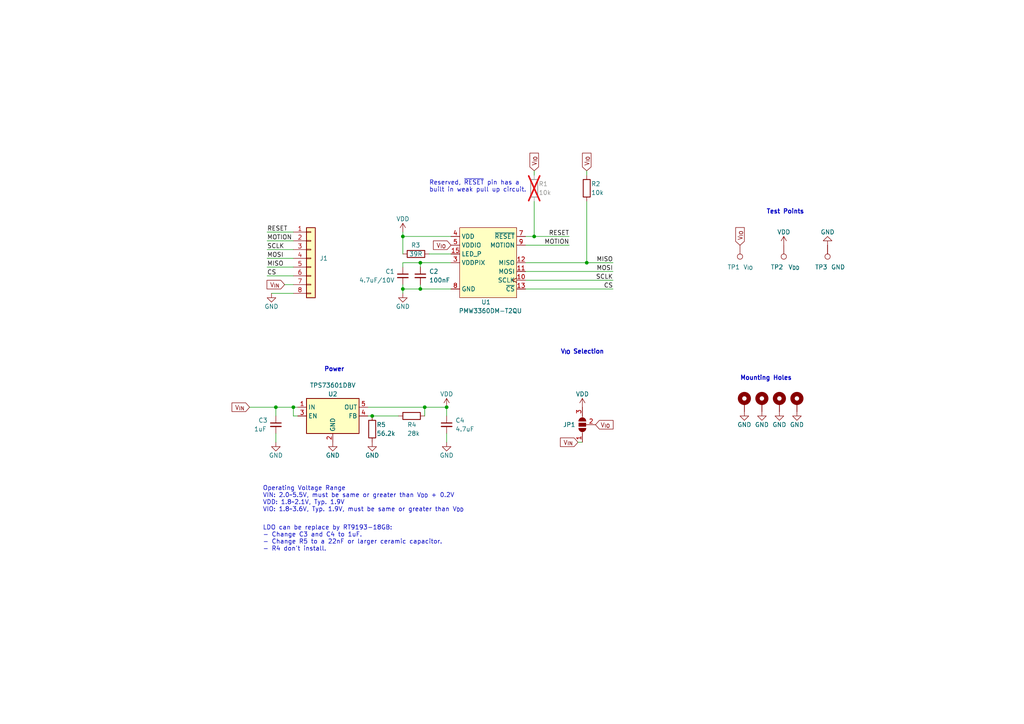
<source format=kicad_sch>
(kicad_sch (version 20230121) (generator eeschema)
  (paper "A4")
  (title_block (title "PMW3360 PCB") (date "2023-06-29") (rev "J.0") (company "SideraKB") (comment 1 "MIT License, Open Source Hardware") (comment 2 "PMW3360DM-T2QU optical mouse sensor breakout board") (comment 3 "JST GH 1.25mm Connector"))
  (lib_symbols
    (symbol "Connector:TestPoint" (pin_numbers hide) (pin_names (offset 0.762) hide)
      (property "Reference" "TP" (at 0 6.858 0))
      (property "Value" "TestPoint" (at 0 5.08 0))
      (symbol "TestPoint_0_1"
        (circle (center 0 3.302) (radius 0.762))
      )
      (symbol "TestPoint_1_1"
        (pin passive line (at 0 0 90) (length 2.54) (name "1") (number "1"))
      )
    )
    (symbol "Connector_Generic:Conn_01x08" (pin_names (offset 1.016) hide)
      (property "Reference" "J" (at 0 10.16 0))
      (property "Value" "Conn_01x08" (at 0 -12.7 0))
      (symbol "Conn_01x08_1_1"
        (rectangle (start -1.27 -10.033) (end 0 -10.287) (stroke (width 0.1524)))
        (rectangle (start -1.27 -7.493) (end 0 -7.747) (stroke (width 0.1524)))
        (rectangle (start -1.27 -4.953) (end 0 -5.207) (stroke (width 0.1524)))
        (rectangle (start -1.27 -2.413) (end 0 -2.667) (stroke (width 0.1524)))
        (rectangle (start -1.27 0.127) (end 0 -0.127) (stroke (width 0.1524)))
        (rectangle (start -1.27 2.667) (end 0 2.413) (stroke (width 0.1524)))
        (rectangle (start -1.27 5.207) (end 0 4.953) (stroke (width 0.1524)))
        (rectangle (start -1.27 7.747) (end 0 7.493) (stroke (width 0.1524)))
        (rectangle (start -1.27 8.89) (end 1.27 -11.43) (stroke (width 0.254)) (fill (type background)))
        (pin passive line (at -5.08 7.62 0) (length 3.81) (name "Pin_1") (number "1"))
        (pin passive line (at -5.08 5.08 0) (length 3.81) (name "Pin_2") (number "2"))
        (pin passive line (at -5.08 2.54 0) (length 3.81) (name "Pin_3") (number "3"))
        (pin passive line (at -5.08 0 0) (length 3.81) (name "Pin_4") (number "4"))
        (pin passive line (at -5.08 -2.54 0) (length 3.81) (name "Pin_5") (number "5"))
        (pin passive line (at -5.08 -5.08 0) (length 3.81) (name "Pin_6") (number "6"))
        (pin passive line (at -5.08 -7.62 0) (length 3.81) (name "Pin_7") (number "7"))
        (pin passive line (at -5.08 -10.16 0) (length 3.81) (name "Pin_8") (number "8"))
      )
    )
    (symbol "Device:C_Small" (pin_numbers hide) (pin_names (offset 0.254) hide)
      (property "Reference" "C" (at 0.254 1.778 0))
      (property "Value" "C_Small" (at 0.254 -2.032 0))
      (symbol "C_Small_0_1"
        (polyline (pts (xy -1.524 -0.508) (xy 1.524 -0.508)) (stroke (width 0.3302)))
        (polyline (pts (xy -1.524 0.508) (xy 1.524 0.508)) (stroke (width 0.3048)))
      )
      (symbol "C_Small_1_1"
        (pin passive line (at 0 2.54 270) (length 2.032) (name "~") (number "1"))
        (pin passive line (at 0 -2.54 90) (length 2.032) (name "~") (number "2"))
      )
    )
    (symbol "Device:R" (pin_numbers hide) (pin_names (offset 0))
      (property "Reference" "R" (at 2.032 0 90))
      (property "Value" "R" (at 0 0 90))
      (symbol "R_0_1"
        (rectangle (start -1.016 -2.54) (end 1.016 2.54) (stroke (width 0.254)))
      )
      (symbol "R_1_1"
        (pin passive line (at 0 3.81 270) (length 1.27) (name "~") (number "1"))
        (pin passive line (at 0 -3.81 90) (length 1.27) (name "~") (number "2"))
      )
    )
    (symbol "Jumper:SolderJumper_3_Open" (pin_names (offset 0) hide)
      (property "Reference" "JP" (at -2.54 -2.54 0))
      (property "Value" "SolderJumper_3_Open" (at 0 2.794 0))
      (symbol "SolderJumper_3_Open_0_1"
        (arc (start -1.016 1.016) (mid -2.0276 0) (end -1.016 -1.016))
        (arc (start -1.016 1.016) (mid -2.0276 0) (end -1.016 -1.016) (fill (type outline)))
        (rectangle (start -0.508 1.016) (end 0.508 -1.016) (fill (type outline)))
        (polyline (pts (xy -2.54 0) (xy -2.032 0)))
        (polyline (pts (xy -1.016 1.016) (xy -1.016 -1.016)))
        (polyline (pts (xy 0 -1.27) (xy 0 -1.016)))
        (polyline (pts (xy 1.016 1.016) (xy 1.016 -1.016)))
        (polyline (pts (xy 2.54 0) (xy 2.032 0)))
        (arc (start 1.016 -1.016) (mid 2.0276 0) (end 1.016 1.016))
        (arc (start 1.016 -1.016) (mid 2.0276 0) (end 1.016 1.016) (fill (type outline)))
      )
      (symbol "SolderJumper_3_Open_1_1"
        (pin passive line (at -5.08 0 0) (length 2.54) (name "A") (number "1"))
        (pin passive line (at 0 -3.81 90) (length 2.54) (name "C") (number "2"))
        (pin passive line (at 5.08 0 180) (length 2.54) (name "B") (number "3"))
      )
    )
    (symbol "Mechanical:MountingHole_Pad" (pin_numbers hide) (pin_names (offset 1.016) hide)
      (property "Reference" "H" (at 0 6.35 0))
      (property "Value" "MountingHole_Pad" (at 0 4.445 0))
      (symbol "MountingHole_Pad_0_1"
        (circle (center 0 1.27) (radius 1.27) (stroke (width 1.27)))
      )
      (symbol "MountingHole_Pad_1_1"
        (pin input line (at 0 -2.54 90) (length 2.54) (name "1") (number "1"))
      )
    )
    (symbol "PMW3360_PCB:PMW3360DM-T2QU"
      (property "Reference" "U?" (at -6.35 -13.97 0))
      (property "Value" "PMW3360DM-T2QU" (at 1.27 -11.43 0))
      (symbol "PMW3360DM-T2QU_0_1"
        (rectangle (start -7.62 10.16) (end 8.89 -10.16) (fill (type background)))
      )
      (symbol "PMW3360DM-T2QU_1_1"
        (pin no_connect line (at -1.27 13.97 180) (length 2.54) hide (name "NC") (number "1"))
        (pin input clock (at 11.43 -5.08 180) (length 2.54) (name "SCLK") (number "10"))
        (pin input line (at 11.43 -2.54 180) (length 2.54) (name "MOSI") (number "11"))
        (pin output line (at 11.43 0 180) (length 2.54) (name "MISO") (number "12"))
        (pin input line (at 11.43 -7.62 180) (length 2.54) (name "~{CS}") (number "13"))
        (pin no_connect inverted (at -1.27 19.05 180) (length 2.54) hide (name "NC") (number "14"))
        (pin power_in line (at -10.16 2.54 0) (length 2.54) (name "LED_P") (number "15"))
        (pin no_connect line (at -1.27 21.59 180) (length 2.54) hide (name "NC") (number "16"))
        (pin no_connect line (at -1.27 16.51 180) (length 2.54) hide (name "NC") (number "2"))
        (pin power_out line (at -10.16 0 0) (length 2.54) (name "VDDPIX") (number "3"))
        (pin power_in line (at -10.16 7.62 0) (length 2.54) (name "VDD") (number "4"))
        (pin power_in line (at -10.16 5.08 0) (length 2.54) (name "VDDIO") (number "5"))
        (pin no_connect line (at -1.27 11.43 180) (length 2.54) hide (name "NC") (number "6"))
        (pin input line (at 11.43 7.62 180) (length 2.54) (name "~{RESET}") (number "7"))
        (pin power_in line (at -10.16 -7.62 0) (length 2.54) (name "GND") (number "8"))
        (pin output line (at 11.43 5.08 180) (length 2.54) (name "MOTION") (number "9"))
      )
    )
    (symbol "Regulator_Linear:TPS73601DBV"
      (property "Reference" "U" (at -6.35 6.35 0))
      (property "Value" "TPS73601DBV" (at 0 6.35 0))
      (symbol "TPS73601DBV_0_1"
        (rectangle (start -7.62 -5.08) (end 7.62 5.08) (stroke (width 0.254)) (fill (type background)))
      )
      (symbol "TPS73601DBV_1_1"
        (pin power_in line (at -10.16 2.54 0) (length 2.54) (name "IN") (number "1"))
        (pin power_in line (at 0 -7.62 90) (length 2.54) (name "GND") (number "2"))
        (pin input line (at -10.16 0 0) (length 2.54) (name "EN") (number "3"))
        (pin input line (at 10.16 0 180) (length 2.54) (name "FB") (number "4"))
        (pin power_out line (at 10.16 2.54 180) (length 2.54) (name "OUT") (number "5"))
      )
    )
    (symbol "power:GND" (power) (pin_names (offset 0))
      (property "Value" "GND" (at 0 -3.81 0))
      (symbol "GND_0_1"
        (polyline (pts (xy 0 0) (xy 0 -1.27) (xy 1.27 -1.27) (xy 0 -2.54) (xy -1.27 -1.27) (xy 0 -1.27)))
      )
      (symbol "GND_1_1"
        (pin power_in line (at 0 0 270) (length 0) hide (name "GND") (number "1"))
      )
    )
    (symbol "power:VDD" (power) (pin_names (offset 0))
      (property "Value" "VDD" (at 0 3.81 0))
      (symbol "VDD_0_1"
        (polyline (pts (xy -0.762 1.27) (xy 0 2.54)))
        (polyline (pts (xy 0 0) (xy 0 2.54)))
        (polyline (pts (xy 0 2.54) (xy 0.762 1.27)))
      )
      (symbol "VDD_1_1"
        (pin power_in line (at 0 0 90) (length 0) hide (name "VDD") (number "1"))
      )
    )
  )
  (junction (at 80.01 118.11))
  (junction (at 129.54 118.11))
  (junction (at 154.94 68.58))
  (junction (at 116.84 83.82))
  (junction (at 121.92 76.2))
  (junction (at 121.92 83.82))
  (junction (at 123.19 118.11))
  (junction (at 85.09 118.11))
  (junction (at 116.84 68.58))
  (junction (at 170.18 76.2))
  (junction (at 107.95 120.65))
  (wire (pts (xy 106.68 118.11) (xy 123.19 118.11)))
  (wire (pts (xy 170.18 50.8) (xy 170.18 49.53)))
  (wire (pts (xy 78.74 85.09) (xy 85.09 85.09)))
  (wire (pts (xy 72.39 118.11) (xy 80.01 118.11)))
  (wire (pts (xy 152.4 76.2) (xy 170.18 76.2)))
  (wire (pts (xy 170.18 76.2) (xy 177.8 76.2)))
  (wire (pts (xy 154.94 68.58) (xy 165.1 68.58)))
  (wire (pts (xy 82.55 82.55) (xy 85.09 82.55)))
  (wire (pts (xy 77.47 80.01) (xy 85.09 80.01)))
  (wire (pts (xy 154.94 58.42) (xy 154.94 68.58)))
  (wire (pts (xy 80.01 118.11) (xy 85.09 118.11)))
  (wire (pts (xy 121.92 76.2) (xy 130.81 76.2)))
  (wire (pts (xy 77.47 74.93) (xy 85.09 74.93)))
  (wire (pts (xy 116.84 68.58) (xy 116.84 73.66)))
  (wire (pts (xy 80.01 120.65) (xy 80.01 118.11)))
  (wire (pts (xy 85.09 118.11) (xy 86.36 118.11)))
  (wire (pts (xy 80.01 128.27) (xy 80.01 125.73)))
  (wire (pts (xy 116.84 68.58) (xy 130.81 68.58)))
  (wire (pts (xy 77.47 72.39) (xy 85.09 72.39)))
  (wire (pts (xy 167.64 128.27) (xy 168.91 128.27)))
  (wire (pts (xy 154.94 50.8) (xy 154.94 49.53)))
  (wire (pts (xy 116.84 67.31) (xy 116.84 68.58)))
  (wire (pts (xy 77.47 69.85) (xy 85.09 69.85)))
  (wire (pts (xy 77.47 67.31) (xy 85.09 67.31)))
  (wire (pts (xy 116.84 76.2) (xy 121.92 76.2)))
  (wire (pts (xy 170.18 58.42) (xy 170.18 76.2)))
  (wire (pts (xy 152.4 83.82) (xy 177.8 83.82)))
  (wire (pts (xy 86.36 120.65) (xy 85.09 120.65)))
  (wire (pts (xy 121.92 82.55) (xy 121.92 83.82)))
  (wire (pts (xy 152.4 68.58) (xy 154.94 68.58)))
  (wire (pts (xy 152.4 71.12) (xy 165.1 71.12)))
  (wire (pts (xy 121.92 77.47) (xy 121.92 76.2)))
  (wire (pts (xy 129.54 128.27) (xy 129.54 125.73)))
  (wire (pts (xy 85.09 118.11) (xy 85.09 120.65)))
  (wire (pts (xy 152.4 81.28) (xy 177.8 81.28)))
  (wire (pts (xy 129.54 120.65) (xy 129.54 118.11)))
  (wire (pts (xy 124.46 73.66) (xy 130.81 73.66)))
  (wire (pts (xy 115.57 120.65) (xy 107.95 120.65)))
  (wire (pts (xy 116.84 83.82) (xy 116.84 82.55)))
  (wire (pts (xy 116.84 83.82) (xy 121.92 83.82)))
  (wire (pts (xy 107.95 120.65) (xy 106.68 120.65)))
  (wire (pts (xy 121.92 83.82) (xy 130.81 83.82)))
  (wire (pts (xy 123.19 118.11) (xy 129.54 118.11)))
  (wire (pts (xy 123.19 118.11) (xy 123.19 120.65)))
  (wire (pts (xy 77.47 77.47) (xy 85.09 77.47)))
  (wire (pts (xy 116.84 83.82) (xy 116.84 85.09)))
  (wire (pts (xy 116.84 76.2) (xy 116.84 77.47)))
  (wire (pts (xy 152.4 78.74) (xy 177.8 78.74)))
  (text "Mounting Holes" (at 214.63 110.49 0) (effects (font (size 1.27 1.27) (thickness 0.254) bold) (justify left bottom)))
  (text "Test Points" (at 222.25 62.23 0) (effects (font (size 1.27 1.27) (thickness 0.254) bold) (justify left bottom)))
  (text "V_{IO} Selection" (at 162.56 102.87 0) (effects (font (size 1.27 1.27) (thickness 0.254) bold) (justify left bottom)))
  (text "LDO can be replace by RT9193-18GB:\n- Change C3 and C4 to 1uF.\n- Change R5 to a 22nF or larger ceramic capacitor.\n- R4 don't install." (at 76.2 160.02 0) (effects (font (size 1.27 1.27)) (justify left bottom)))
  (text "Operating Voltage Range\nVIN: 2.0~5.5V, must be same or greater than V_{DD} + 0.2V\nVDD: 1.8~2.1V, Typ. 1.9V\nVIO: 1.8~3.6V, Typ. 1.9V, must be same or greater than V_{DD}" (at 76.2 148.59 0) (effects (font (size 1.27 1.27)) (justify left bottom)))
  (text "Power" (at 93.98 107.95 0) (effects (font (size 1.27 1.27) (thickness 0.254) bold) (justify left bottom)))
  (text "Reserved, ~{RESET} pin has a \nbuilt in weak pull up circuit." (at 124.46 55.88 0) (effects (font (size 1.27 1.27)) (justify left bottom)))
  (label "MISO" (at 77.47 77.47 0))
  (label "MOSI" (at 177.8 78.74 180))
  (label "CS" (at 77.47 80.01 0))
  (label "MISO" (at 177.8 76.2 180))
  (label "MOSI" (at 77.47 74.93 0))
  (label "SCLK" (at 177.8 81.28 180))
  (label "MOTION" (at 165.1 71.12 180))
  (label "SCLK" (at 77.47 72.39 0))
  (label "CS" (at 177.8 83.82 180))
  (label "RESET" (at 165.1 68.58 180))
  (label "RESET" (at 77.47 67.31 0))
  (label "MOTION" (at 77.47 69.85 0))
  (global_label "V_{IO}" (shape input) (at 214.63 71.12 90) (property "Intersheetrefs" "${INTERSHEET_REFS}" (effects hide)))
  (global_label "V_{IO}" (shape input) (at 170.18 49.53 90) (property "Intersheetrefs" "${INTERSHEET_REFS}" (effects hide)))
  (global_label "V_{IN}" (shape input) (at 72.39 118.11 180) (property "Intersheetrefs" "${INTERSHEET_REFS}" (effects hide)))
  (global_label "V_{IO}" (shape input) (at 172.72 123.19 0) (property "Intersheetrefs" "${INTERSHEET_REFS}" (effects hide)))
  (global_label "V_{IO}" (shape input) (at 130.81 71.12 180) (property "Intersheetrefs" "${INTERSHEET_REFS}" (effects hide)))
  (global_label "V_{IN}" (shape input) (at 82.55 82.55 180) (property "Intersheetrefs" "${INTERSHEET_REFS}" (effects hide)))
  (global_label "V_{IN}" (shape input) (at 167.64 128.27 180) (property "Intersheetrefs" "${INTERSHEET_REFS}" (effects hide)))
  (global_label "V_{IO}" (shape input) (at 154.94 49.53 90) (property "Intersheetrefs" "${INTERSHEET_REFS}" (effects hide)))
  (symbol (lib_id "power:GND") (at 231.14 119.38 0) (unit 1)
    (property "Reference" "#PWR011" (effects hide))
    (property "Value" "GND" (at 231.14 123.19 0))
  )
  (symbol (lib_id "power:GND") (at 129.54 128.27 0) (unit 1)
    (property "Reference" "#PWR015" (effects hide))
    (property "Value" "GND" (at 129.54 132.08 0))
  )
  (symbol (lib_id "Connector:TestPoint") (at 227.33 71.12 180) (unit 1)
    (property "Reference" "TP2" (at 223.52 77.47 0) (effects (justify right)))
    (property "Value" "V_{DD}" (at 228.6 77.47 0) (effects (justify right)))
    (property "Footprint" "TestPoint:TestPoint_Pad_D1.0mm" (effects hide))
  )
  (symbol (lib_id "power:VDD") (at 129.54 118.11 0) (unit 1)
    (property "Reference" "#PWR06" (effects hide))
    (property "Value" "VDD" (at 129.54 114.3 0))
  )
  (symbol (lib_id "power:VDD") (at 116.84 67.31 0) (unit 1)
    (property "Reference" "#PWR01" (effects hide))
    (property "Value" "VDD" (at 116.84 63.5 0))
  )
  (symbol (lib_id "Device:R") (at 119.38 120.65 270) (unit 1)
    (property "Reference" "R4" (at 118.11 123.19 90) (effects (justify left)))
    (property "Value" "28k" (at 118.11 125.73 90) (effects (justify left)))
    (property "Footprint" "Resistor_SMD:R_0603_1608Metric_Pad0.98x0.95mm_HandSolder" (effects hide))
  )
  (symbol (lib_id "Mechanical:MountingHole_Pad") (at 220.98 116.84 0) (unit 1) (in_bom no)
    (property "Reference" "H2" (effects hide))
    (property "Value" "MountingHole_Pad" (effects hide))
    (property "Footprint" "MountingHole:MountingHole_2.2mm_M2_ISO14580_Pad" (effects hide))
  )
  (symbol (lib_id "Device:C_Small") (at 129.54 123.19 0) (unit 1)
    (property "Reference" "C4" (at 132.08 121.9262 0) (effects (justify left)))
    (property "Value" "4.7uF" (at 132.08 124.4662 0) (effects (justify left)))
    (property "Footprint" "Capacitor_SMD:C_0603_1608Metric_Pad1.08x0.95mm_HandSolder" (effects hide))
  )
  (symbol (lib_id "Mechanical:MountingHole_Pad") (at 215.9 116.84 0) (unit 1) (in_bom no)
    (property "Reference" "H1" (effects hide))
    (property "Value" "MountingHole_Pad" (effects hide))
    (property "Footprint" "MountingHole:MountingHole_2.2mm_M2_ISO14580_Pad" (effects hide))
  )
  (symbol (lib_id "Device:R") (at 120.65 73.66 90) (unit 1)
    (property "Reference" "R3" (at 121.92 71.12 90) (effects (justify left)))
    (property "Value" "39R" (at 122.555 73.66 90) (effects (justify left)))
    (property "Footprint" "Resistor_SMD:R_0603_1608Metric_Pad0.98x0.95mm_HandSolder" (effects hide))
  )
  (symbol (lib_id "power:GND") (at 116.84 85.09 0) (unit 1)
    (property "Reference" "#PWR05" (effects hide))
    (property "Value" "GND" (at 116.84 88.9 0))
  )
  (symbol (lib_id "Device:C_Small") (at 116.84 80.01 0) (unit 1)
    (property "Reference" "C1" (at 111.76 78.74 0) (effects (justify left)))
    (property "Value" "4.7uF/10V" (at 104.14 81.28 0) (effects (justify left)))
    (property "Footprint" "Capacitor_SMD:C_0603_1608Metric_Pad1.08x0.95mm_HandSolder" (effects hide))
  )
  (symbol (lib_id "power:GND") (at 78.74 85.09 0) (unit 1)
    (property "Reference" "#PWR04" (effects hide))
    (property "Value" "GND" (at 78.74 88.9 0))
  )
  (symbol (lib_id "power:GND") (at 226.06 119.38 0) (unit 1)
    (property "Reference" "#PWR010" (effects hide))
    (property "Value" "GND" (at 226.06 123.19 0))
  )
  (symbol (lib_id "power:GND") (at 240.03 71.12 180) (unit 1)
    (property "Reference" "#PWR03" (effects hide))
    (property "Value" "GND" (at 240.03 67.31 0))
  )
  (symbol (lib_id "Mechanical:MountingHole_Pad") (at 231.14 116.84 0) (unit 1) (in_bom no)
    (property "Reference" "H4" (effects hide))
    (property "Value" "MountingHole_Pad" (effects hide))
    (property "Footprint" "MountingHole:MountingHole_2.2mm_M2_ISO14580_Pad" (effects hide))
  )
  (symbol (lib_id "power:GND") (at 215.9 119.38 0) (unit 1)
    (property "Reference" "#PWR08" (effects hide))
    (property "Value" "GND" (at 215.9 123.19 0))
  )
  (symbol (lib_id "PMW3360_PCB:PMW3360DM-T2QU") (at 140.97 76.2 0) (unit 1)
    (property "Reference" "U1" (at 140.97 87.63 0))
    (property "Value" "PMW3360DM-T2QU" (at 142.24 90.17 0))
    (property "Footprint" "PMW3360_PCB:PMW3360DM-T2QU 16Pin" (effects hide))
    (property "Datasheet" "https://www.pixart.com/products-detail/tw/10/PMW3360DM-T2QU" (effects hide))
  )
  (symbol (lib_id "power:GND") (at 220.98 119.38 0) (unit 1)
    (property "Reference" "#PWR09" (effects hide))
    (property "Value" "GND" (at 220.98 123.19 0))
  )
  (symbol (lib_id "power:VDD") (at 227.33 71.12 0) (unit 1)
    (property "Reference" "#PWR02" (effects hide))
    (property "Value" "VDD" (at 227.33 67.31 0))
  )
  (symbol (lib_id "Regulator_Linear:TPS73601DBV") (at 96.52 120.65 0) (unit 1)
    (property "Reference" "U2" (at 96.52 114.3 0))
    (property "Value" "TPS73601DBV" (at 96.52 111.76 0))
    (property "Footprint" "Package_TO_SOT_SMD:SOT-23-5" (effects hide))
    (property "Datasheet" "http://www.ti.com/lit/ds/symlink/tps736.pdf" (effects hide))
  )
  (symbol (lib_id "Device:C_Small") (at 80.01 123.19 0) (unit 1)
    (property "Reference" "C3" (at 74.93 121.92 0) (effects (justify left)))
    (property "Value" "1uF" (at 73.66 124.46 0) (effects (justify left)))
    (property "Footprint" "Capacitor_SMD:C_0603_1608Metric_Pad1.08x0.95mm_HandSolder" (effects hide))
  )
  (symbol (lib_id "Device:R") (at 154.94 54.61 0) (unit 1) (dnp yes)
    (property "Reference" "R1" (at 156.21 53.34 0) (effects (justify left)))
    (property "Value" "10k" (at 156.21 55.88 0) (effects (justify left)))
    (property "Footprint" "Resistor_SMD:R_0603_1608Metric_Pad0.98x0.95mm_HandSolder" (effects hide))
  )
  (symbol (lib_id "Device:C_Small") (at 121.92 80.01 0) (unit 1)
    (property "Reference" "C2" (at 124.46 78.74 0) (effects (justify left)))
    (property "Value" "100nF" (at 124.46 81.28 0) (effects (justify left)))
    (property "Footprint" "Capacitor_SMD:C_0603_1608Metric_Pad1.08x0.95mm_HandSolder" (effects hide))
  )
  (symbol (lib_id "Connector:TestPoint") (at 240.03 71.12 180) (unit 1)
    (property "Reference" "TP3" (at 240.03 77.47 0) (effects (justify left)))
    (property "Value" "GND" (at 245.11 77.47 0) (effects (justify left)))
    (property "Footprint" "TestPoint:TestPoint_Pad_D1.0mm" (effects hide))
  )
  (symbol (lib_id "Device:R") (at 170.18 54.61 0) (unit 1)
    (property "Reference" "R2" (at 171.45 53.34 0) (effects (justify left)))
    (property "Value" "10k" (at 171.45 55.88 0) (effects (justify left)))
    (property "Footprint" "Resistor_SMD:R_0603_1608Metric_Pad0.98x0.95mm_HandSolder" (effects hide))
  )
  (symbol (lib_id "power:GND") (at 80.01 128.27 0) (unit 1)
    (property "Reference" "#PWR012" (effects hide))
    (property "Value" "GND" (at 80.01 132.08 0))
  )
  (symbol (lib_id "power:GND") (at 107.95 128.27 0) (unit 1)
    (property "Reference" "#PWR014" (effects hide))
    (property "Value" "GND" (at 107.95 132.08 0))
  )
  (symbol (lib_id "Jumper:SolderJumper_3_Open") (at 168.91 123.19 90) (unit 1)
    (property "Reference" "JP1" (at 165.1 123.19 90))
    (property "Value" "SolderJumper_3_Open" (effects hide))
    (property "Footprint" "Jumper:SolderJumper-3_P1.3mm_Open_RoundedPad1.0x1.5mm_NumberLabels" (effects hide))
  )
  (symbol (lib_id "power:GND") (at 96.52 128.27 0) (unit 1)
    (property "Reference" "#PWR013" (effects hide))
    (property "Value" "GND" (at 96.52 132.08 0))
  )
  (symbol (lib_id "Connector_Generic:Conn_01x08") (at 90.17 74.93 0) (unit 1)
    (property "Reference" "J1" (at 92.71 74.93 0) (effects (justify left)))
    (property "Value" "Conn_01x08" (effects hide))
    (property "Footprint" "Connector_JST:JST_GH_SM08B-GHS-TB_1x08-1MP_P1.25mm_Horizontal" (effects hide))
  )
  (symbol (lib_id "Mechanical:MountingHole_Pad") (at 226.06 116.84 0) (unit 1) (in_bom no)
    (property "Reference" "H3" (effects hide))
    (property "Value" "MountingHole_Pad" (effects hide))
    (property "Footprint" "MountingHole:MountingHole_2.2mm_M2_ISO14580_Pad" (effects hide))
  )
  (symbol (lib_id "Device:R") (at 107.95 124.46 0) (unit 1)
    (property "Reference" "R5" (at 109.22 123.19 0) (effects (justify left)))
    (property "Value" "56.2k" (at 109.22 125.73 0) (effects (justify left)))
    (property "Footprint" "Resistor_SMD:R_0603_1608Metric_Pad0.98x0.95mm_HandSolder" (effects hide))
  )
  (symbol (lib_id "power:VDD") (at 168.91 118.11 0) (unit 1)
    (property "Reference" "#PWR07" (effects hide))
    (property "Value" "VDD" (at 168.91 114.3 0))
  )
  (symbol (lib_id "Connector:TestPoint") (at 214.63 71.12 180) (unit 1)
    (property "Reference" "TP1" (at 214.63 77.47 0) (effects (justify left)))
    (property "Value" "V_{IO}" (at 218.44 77.47 0) (effects (justify left)))
    (property "Footprint" "TestPoint:TestPoint_Pad_D1.0mm" (effects hide))
  )
)
</source>
